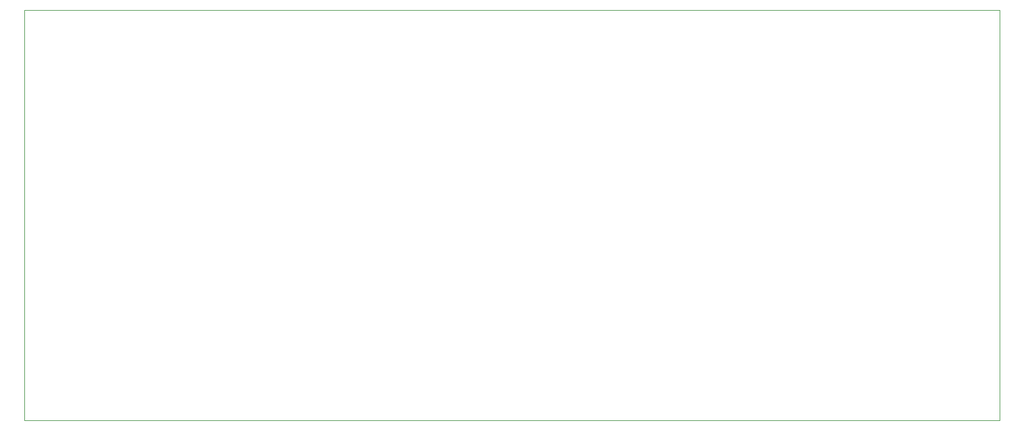
<source format=gbr>
%TF.GenerationSoftware,KiCad,Pcbnew,(5.1.8)-1*%
%TF.CreationDate,2022-04-23T21:59:24-07:00*%
%TF.ProjectId,AttitudeMotorController,41747469-7475-4646-954d-6f746f72436f,rev?*%
%TF.SameCoordinates,Original*%
%TF.FileFunction,Profile,NP*%
%FSLAX46Y46*%
G04 Gerber Fmt 4.6, Leading zero omitted, Abs format (unit mm)*
G04 Created by KiCad (PCBNEW (5.1.8)-1) date 2022-04-23 21:59:24*
%MOMM*%
%LPD*%
G01*
G04 APERTURE LIST*
%TA.AperFunction,Profile*%
%ADD10C,0.050000*%
%TD*%
G04 APERTURE END LIST*
D10*
X61000000Y-58500000D02*
X200000000Y-58500000D01*
X61000000Y0D02*
X61000000Y-58500000D01*
X200000000Y0D02*
X61000000Y0D01*
X200000000Y0D02*
X200000000Y-58500000D01*
M02*

</source>
